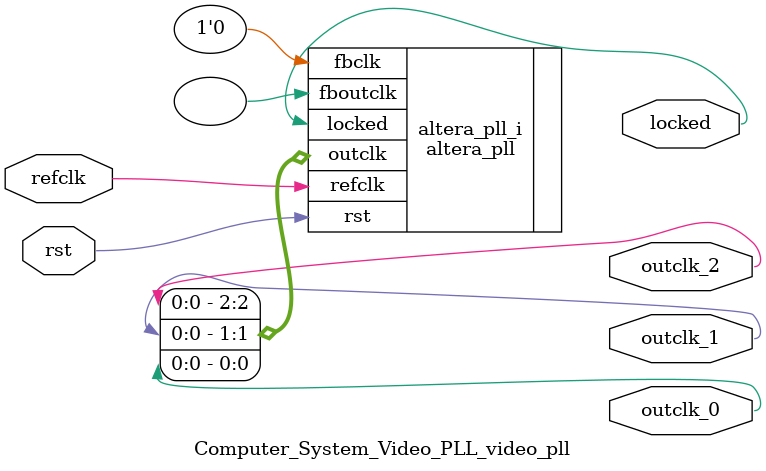
<source format=v>

`timescale 1ns/10ps
module  Computer_System_Video_PLL_video_pll(

	// interface 'refclk'
	input wire refclk,

	// interface 'reset'
	input wire rst,

	// interface 'outclk0'
	output wire outclk_0,

	// interface 'outclk1'
	output wire outclk_1,

	// interface 'outclk2'
	output wire outclk_2,

	// interface 'locked'
	output wire locked
);

	altera_pll #(
		.fractional_vco_multiplier("false"),
		.reference_clock_frequency("50.0 MHz"),
		.operation_mode("direct"),
		.number_of_clocks(3),
		.output_clock_frequency0("25.000000 MHz"),
		.phase_shift0("0 ps"),
		.duty_cycle0(50),
		.output_clock_frequency1("25.000000 MHz"),
		.phase_shift1("0 ps"),
		.duty_cycle1(50),
		.output_clock_frequency2("33.000000 MHz"),
		.phase_shift2("0 ps"),
		.duty_cycle2(50),
		.output_clock_frequency3("0 MHz"),
		.phase_shift3("0 ps"),
		.duty_cycle3(50),
		.output_clock_frequency4("0 MHz"),
		.phase_shift4("0 ps"),
		.duty_cycle4(50),
		.output_clock_frequency5("0 MHz"),
		.phase_shift5("0 ps"),
		.duty_cycle5(50),
		.output_clock_frequency6("0 MHz"),
		.phase_shift6("0 ps"),
		.duty_cycle6(50),
		.output_clock_frequency7("0 MHz"),
		.phase_shift7("0 ps"),
		.duty_cycle7(50),
		.output_clock_frequency8("0 MHz"),
		.phase_shift8("0 ps"),
		.duty_cycle8(50),
		.output_clock_frequency9("0 MHz"),
		.phase_shift9("0 ps"),
		.duty_cycle9(50),
		.output_clock_frequency10("0 MHz"),
		.phase_shift10("0 ps"),
		.duty_cycle10(50),
		.output_clock_frequency11("0 MHz"),
		.phase_shift11("0 ps"),
		.duty_cycle11(50),
		.output_clock_frequency12("0 MHz"),
		.phase_shift12("0 ps"),
		.duty_cycle12(50),
		.output_clock_frequency13("0 MHz"),
		.phase_shift13("0 ps"),
		.duty_cycle13(50),
		.output_clock_frequency14("0 MHz"),
		.phase_shift14("0 ps"),
		.duty_cycle14(50),
		.output_clock_frequency15("0 MHz"),
		.phase_shift15("0 ps"),
		.duty_cycle15(50),
		.output_clock_frequency16("0 MHz"),
		.phase_shift16("0 ps"),
		.duty_cycle16(50),
		.output_clock_frequency17("0 MHz"),
		.phase_shift17("0 ps"),
		.duty_cycle17(50),
		.pll_type("General"),
		.pll_subtype("General")
	) altera_pll_i (
		.rst	(rst),
		.outclk	({outclk_2, outclk_1, outclk_0}),
		.locked	(locked),
		.fboutclk	( ),
		.fbclk	(1'b0),
		.refclk	(refclk)
	);
endmodule


</source>
